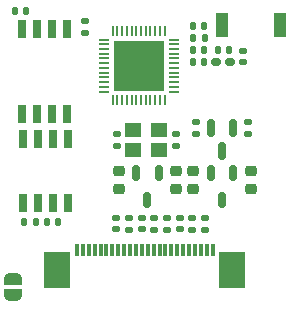
<source format=gbr>
%TF.GenerationSoftware,KiCad,Pcbnew,8.0.3*%
%TF.CreationDate,2024-10-06T18:51:06+08:00*%
%TF.ProjectId,Neko_Wireless_Transmission,4e656b6f-5f57-4697-9265-6c6573735f54,rev?*%
%TF.SameCoordinates,Original*%
%TF.FileFunction,Soldermask,Top*%
%TF.FilePolarity,Negative*%
%FSLAX46Y46*%
G04 Gerber Fmt 4.6, Leading zero omitted, Abs format (unit mm)*
G04 Created by KiCad (PCBNEW 8.0.3) date 2024-10-06 18:51:06*
%MOMM*%
%LPD*%
G01*
G04 APERTURE LIST*
G04 Aperture macros list*
%AMRoundRect*
0 Rectangle with rounded corners*
0 $1 Rounding radius*
0 $2 $3 $4 $5 $6 $7 $8 $9 X,Y pos of 4 corners*
0 Add a 4 corners polygon primitive as box body*
4,1,4,$2,$3,$4,$5,$6,$7,$8,$9,$2,$3,0*
0 Add four circle primitives for the rounded corners*
1,1,$1+$1,$2,$3*
1,1,$1+$1,$4,$5*
1,1,$1+$1,$6,$7*
1,1,$1+$1,$8,$9*
0 Add four rect primitives between the rounded corners*
20,1,$1+$1,$2,$3,$4,$5,0*
20,1,$1+$1,$4,$5,$6,$7,0*
20,1,$1+$1,$6,$7,$8,$9,0*
20,1,$1+$1,$8,$9,$2,$3,0*%
%AMFreePoly0*
4,1,19,0.500000,-0.750000,0.000000,-0.750000,0.000000,-0.744911,-0.071157,-0.744911,-0.207708,-0.704816,-0.327430,-0.627875,-0.420627,-0.520320,-0.479746,-0.390866,-0.500000,-0.250000,-0.500000,0.250000,-0.479746,0.390866,-0.420627,0.520320,-0.327430,0.627875,-0.207708,0.704816,-0.071157,0.744911,0.000000,0.744911,0.000000,0.750000,0.500000,0.750000,0.500000,-0.750000,0.500000,-0.750000,
$1*%
%AMFreePoly1*
4,1,19,0.000000,0.744911,0.071157,0.744911,0.207708,0.704816,0.327430,0.627875,0.420627,0.520320,0.479746,0.390866,0.500000,0.250000,0.500000,-0.250000,0.479746,-0.390866,0.420627,-0.520320,0.327430,-0.627875,0.207708,-0.704816,0.071157,-0.744911,0.000000,-0.744911,0.000000,-0.750000,-0.500000,-0.750000,-0.500000,0.750000,0.000000,0.750000,0.000000,0.744911,0.000000,0.744911,
$1*%
G04 Aperture macros list end*
%ADD10RoundRect,0.150000X-0.150000X0.512500X-0.150000X-0.512500X0.150000X-0.512500X0.150000X0.512500X0*%
%ADD11RoundRect,0.140000X0.170000X-0.140000X0.170000X0.140000X-0.170000X0.140000X-0.170000X-0.140000X0*%
%ADD12R,0.300000X1.100000*%
%ADD13R,2.300000X3.100000*%
%ADD14RoundRect,0.135000X-0.185000X0.135000X-0.185000X-0.135000X0.185000X-0.135000X0.185000X0.135000X0*%
%ADD15R,1.400000X1.200000*%
%ADD16RoundRect,0.135000X0.185000X-0.135000X0.185000X0.135000X-0.185000X0.135000X-0.185000X-0.135000X0*%
%ADD17RoundRect,0.160000X0.222500X0.160000X-0.222500X0.160000X-0.222500X-0.160000X0.222500X-0.160000X0*%
%ADD18RoundRect,0.225000X0.250000X-0.225000X0.250000X0.225000X-0.250000X0.225000X-0.250000X-0.225000X0*%
%ADD19RoundRect,0.225000X-0.250000X0.225000X-0.250000X-0.225000X0.250000X-0.225000X0.250000X0.225000X0*%
%ADD20RoundRect,0.140000X0.140000X0.170000X-0.140000X0.170000X-0.140000X-0.170000X0.140000X-0.170000X0*%
%ADD21R,0.700000X1.525000*%
%ADD22RoundRect,0.135000X0.135000X0.185000X-0.135000X0.185000X-0.135000X-0.185000X0.135000X-0.185000X0*%
%ADD23RoundRect,0.135000X-0.135000X-0.185000X0.135000X-0.185000X0.135000X0.185000X-0.135000X0.185000X0*%
%ADD24RoundRect,0.150000X-0.150000X0.587500X-0.150000X-0.587500X0.150000X-0.587500X0.150000X0.587500X0*%
%ADD25RoundRect,0.140000X-0.140000X-0.170000X0.140000X-0.170000X0.140000X0.170000X-0.140000X0.170000X0*%
%ADD26RoundRect,0.140000X-0.170000X0.140000X-0.170000X-0.140000X0.170000X-0.140000X0.170000X0.140000X0*%
%ADD27FreePoly0,270.000000*%
%ADD28FreePoly1,270.000000*%
%ADD29R,0.850000X0.200000*%
%ADD30R,0.200000X0.850000*%
%ADD31R,4.350000X4.350000*%
%ADD32R,1.000000X2.150000*%
%ADD33R,0.650000X1.650000*%
G04 APERTURE END LIST*
D10*
%TO.C,U2*%
X38440000Y-78035000D03*
X36540000Y-78035000D03*
X37490000Y-80310000D03*
%TD*%
D11*
%TO.C,C16*%
X32200000Y-66140000D03*
X32200000Y-65180000D03*
%TD*%
D12*
%TO.C,J1*%
X31520000Y-84510000D03*
X32020000Y-84510000D03*
X32520000Y-84510000D03*
X33020000Y-84510000D03*
X33520000Y-84510000D03*
X34020000Y-84510000D03*
X34520000Y-84510000D03*
X35020000Y-84510000D03*
X35520000Y-84510000D03*
X36020000Y-84510000D03*
X36520000Y-84510000D03*
X37020000Y-84510000D03*
X37520000Y-84510000D03*
X38020000Y-84510000D03*
X38520000Y-84510000D03*
X39020000Y-84510000D03*
X39520000Y-84510000D03*
X40020000Y-84510000D03*
X40520000Y-84510000D03*
X41020000Y-84510000D03*
X41520000Y-84510000D03*
X42020000Y-84510000D03*
X42520000Y-84510000D03*
X43020000Y-84510000D03*
D13*
X29850000Y-86210000D03*
X44690000Y-86210000D03*
%TD*%
D11*
%TO.C,C23*%
X40212855Y-82800000D03*
X40212855Y-81840000D03*
%TD*%
D14*
%TO.C,R3*%
X41281426Y-81810000D03*
X41281426Y-82830000D03*
%TD*%
D11*
%TO.C,C3*%
X45570000Y-68620000D03*
X45570000Y-67660000D03*
%TD*%
D15*
%TO.C,Y1*%
X36310000Y-76080000D03*
X38510000Y-76080000D03*
X38510000Y-74380000D03*
X36310000Y-74380000D03*
%TD*%
D16*
%TO.C,R8*%
X41640000Y-74710000D03*
X41640000Y-73690000D03*
%TD*%
D17*
%TO.C,L1*%
X44480000Y-68590000D03*
X43335000Y-68590000D03*
%TD*%
D11*
%TO.C,C25*%
X36997142Y-82800000D03*
X36997142Y-81840000D03*
%TD*%
D18*
%TO.C,C28*%
X39920000Y-79375000D03*
X39920000Y-77825000D03*
%TD*%
D14*
%TO.C,R7*%
X39144284Y-81810000D03*
X39144284Y-82830000D03*
%TD*%
%TO.C,R4*%
X42360000Y-81810000D03*
X42360000Y-82830000D03*
%TD*%
D18*
%TO.C,C26*%
X46240000Y-79380000D03*
X46240000Y-77830000D03*
%TD*%
D16*
%TO.C,R1*%
X35928571Y-82830000D03*
X35928571Y-81810000D03*
%TD*%
D19*
%TO.C,C30*%
X35060000Y-77825000D03*
X35060000Y-79375000D03*
%TD*%
D20*
%TO.C,C6*%
X44390000Y-67570000D03*
X43430000Y-67570000D03*
%TD*%
D21*
%TO.C,IC3*%
X30730000Y-75140000D03*
X29460000Y-75140000D03*
X28190000Y-75140000D03*
X26920000Y-75140000D03*
X26920000Y-80564000D03*
X28190000Y-80564000D03*
X29460000Y-80564000D03*
X30730000Y-80564000D03*
%TD*%
D22*
%TO.C,R5*%
X42340000Y-66616666D03*
X41320000Y-66616666D03*
%TD*%
D23*
%TO.C,R10*%
X27010000Y-82150000D03*
X28030000Y-82150000D03*
%TD*%
D20*
%TO.C,C29*%
X29910000Y-82150000D03*
X28950000Y-82150000D03*
%TD*%
D24*
%TO.C,Q1*%
X44760000Y-74250000D03*
X42860000Y-74250000D03*
X43810000Y-76125000D03*
%TD*%
D25*
%TO.C,C14*%
X41350000Y-67613332D03*
X42310000Y-67613332D03*
%TD*%
D10*
%TO.C,U1*%
X44760000Y-78040000D03*
X42860000Y-78040000D03*
X43810000Y-80315000D03*
%TD*%
D26*
%TO.C,C12*%
X39930000Y-74750000D03*
X39930000Y-75710000D03*
%TD*%
D20*
%TO.C,C13*%
X42310000Y-68600000D03*
X41350000Y-68600000D03*
%TD*%
D27*
%TO.C,JP1*%
X26100000Y-87030000D03*
D28*
X26100000Y-88330000D03*
%TD*%
D29*
%TO.C,IC2*%
X39700000Y-71130000D03*
X39700000Y-70730000D03*
X39700000Y-70330000D03*
X39700000Y-69930000D03*
X39700000Y-69530000D03*
X39700000Y-69130000D03*
X39700000Y-68730000D03*
X39700000Y-68330000D03*
X39700000Y-67930000D03*
X39700000Y-67530000D03*
X39700000Y-67130000D03*
X39700000Y-66730000D03*
D30*
X38950000Y-65980000D03*
X38550000Y-65980000D03*
X38150000Y-65980000D03*
X37750000Y-65980000D03*
X37350000Y-65980000D03*
X36950000Y-65980000D03*
X36550000Y-65980000D03*
X36150000Y-65980000D03*
X35750000Y-65980000D03*
X35350000Y-65980000D03*
X34950000Y-65980000D03*
X34550000Y-65980000D03*
D29*
X33800000Y-66730000D03*
X33800000Y-67130000D03*
X33800000Y-67530000D03*
X33800000Y-67930000D03*
X33800000Y-68330000D03*
X33800000Y-68730000D03*
X33800000Y-69130000D03*
X33800000Y-69530000D03*
X33800000Y-69930000D03*
X33800000Y-70330000D03*
X33800000Y-70730000D03*
X33800000Y-71130000D03*
D30*
X34550000Y-71880000D03*
X34950000Y-71880000D03*
X35350000Y-71880000D03*
X35750000Y-71880000D03*
X36150000Y-71880000D03*
X36550000Y-71880000D03*
X36950000Y-71880000D03*
X37350000Y-71880000D03*
X37750000Y-71880000D03*
X38150000Y-71880000D03*
X38550000Y-71880000D03*
X38950000Y-71880000D03*
D31*
X36750000Y-68930000D03*
%TD*%
D26*
%TO.C,C4*%
X34900000Y-74760000D03*
X34900000Y-75720000D03*
%TD*%
D32*
%TO.C,ANT1*%
X43810000Y-65490000D03*
X48710000Y-65490000D03*
%TD*%
D16*
%TO.C,R6*%
X45980000Y-74710000D03*
X45980000Y-73690000D03*
%TD*%
%TO.C,R9*%
X38065713Y-82830000D03*
X38065713Y-81810000D03*
%TD*%
D19*
%TO.C,C27*%
X41380000Y-77830000D03*
X41380000Y-79380000D03*
%TD*%
D33*
%TO.C,IC1*%
X26895000Y-73030000D03*
X28165000Y-73030000D03*
X29435000Y-73030000D03*
X30705000Y-73030000D03*
X30705000Y-65830000D03*
X29435000Y-65830000D03*
X28165000Y-65830000D03*
X26895000Y-65830000D03*
%TD*%
D11*
%TO.C,C24*%
X34860000Y-82800000D03*
X34860000Y-81840000D03*
%TD*%
D25*
%TO.C,C21*%
X41350000Y-65620000D03*
X42310000Y-65620000D03*
%TD*%
D20*
%TO.C,C17*%
X27250000Y-64270000D03*
X26290000Y-64270000D03*
%TD*%
M02*

</source>
